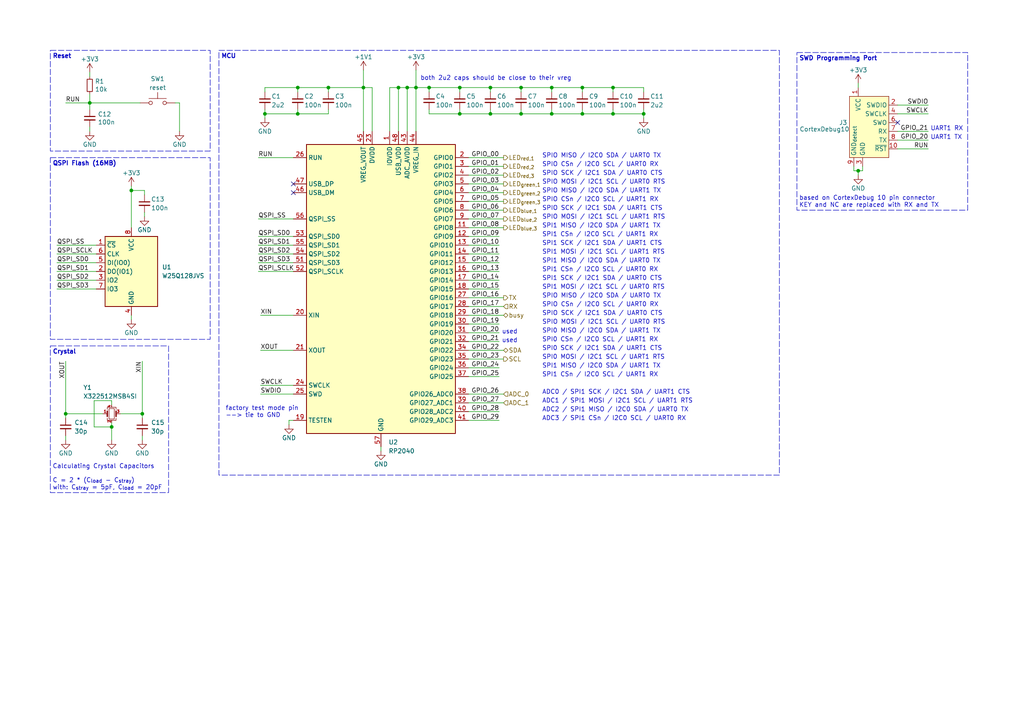
<source format=kicad_sch>
(kicad_sch (version 20231120) (generator "eeschema") (generator_version "8.0")
  (paper "A4")
  (title_block (rev "1.0"))
  (lib_symbols
    (symbol "Device:C_Small" (pin_numbers hide) (pin_names (offset 0.254) hide)
      (property "Reference" "C" (at 0.254 1.778 0))
      (property "Value" "C_Small" (at 0.254 -2.032 0))
      (symbol "C_Small_0_1"
        (polyline (pts (xy -1.524 -0.508) (xy 1.524 -0.508)) (stroke (width 0.3302)))
        (polyline (pts (xy -1.524 0.508) (xy 1.524 0.508)) (stroke (width 0.3048)))
      )
      (symbol "C_Small_1_1"
        (pin passive line (at 0 2.54 270) (length 2.032) (name "~") (number "1"))
        (pin passive line (at 0 -2.54 90) (length 2.032) (name "~") (number "2"))
      )
    )
    (symbol "Device:Crystal_GND24_Small" (pin_names (offset 1.016) hide)
      (property "Reference" "Y" (at 1.27 4.445 0))
      (property "Value" "Crystal_GND24_Small" (at 1.27 2.54 0))
      (symbol "Crystal_GND24_Small_0_1"
        (rectangle (start -0.762 -1.524) (end 0.762 1.524))
        (polyline (pts (xy -1.27 -0.762) (xy -1.27 0.762)) (stroke (width 0.381)))
        (polyline (pts (xy 1.27 -0.762) (xy 1.27 0.762)) (stroke (width 0.381)))
        (polyline (pts (xy -1.27 -1.27) (xy -1.27 -1.905) (xy 1.27 -1.905) (xy 1.27 -1.27)))
        (polyline (pts (xy -1.27 1.27) (xy -1.27 1.905) (xy 1.27 1.905) (xy 1.27 1.27)))
      )
      (symbol "Crystal_GND24_Small_1_1"
        (pin passive line (at -2.54 0 0) (length 1.27) (name "1") (number "1"))
        (pin passive line (at 0 -2.54 90) (length 0.635) (name "2") (number "2"))
        (pin passive line (at 2.54 0 180) (length 1.27) (name "3") (number "3"))
        (pin passive line (at 0 2.54 270) (length 0.635) (name "4") (number "4"))
      )
    )
    (symbol "Device:R_Small" (pin_numbers hide) (pin_names (offset 0.254) hide)
      (property "Reference" "R" (at 0.762 0.508 0))
      (property "Value" "R_Small" (at 0.762 -1.016 0))
      (symbol "R_Small_0_1"
        (rectangle (start -0.762 1.778) (end 0.762 -1.778) (stroke (width 0.2032)))
      )
      (symbol "R_Small_1_1"
        (pin passive line (at 0 2.54 270) (length 0.762) (name "~") (number "1"))
        (pin passive line (at 0 -2.54 90) (length 0.762) (name "~") (number "2"))
      )
    )
    (symbol "MCU_RaspberryPi:RP2040"
      (property "Reference" "U" (at 17.78 45.72 0))
      (property "Value" "RP2040" (at 17.78 43.18 0))
      (symbol "RP2040_0_1"
        (rectangle (start -21.59 41.91) (end 21.59 -41.91) (stroke (width 0.254)) (fill (type background)))
      )
      (symbol "RP2040_1_1"
        (pin power_in line (at 2.54 45.72 270) (length 3.81) (name "IOVDD") (number "1"))
        (pin passive line (at 2.54 45.72 270) (length 3.81) hide (name "IOVDD") (number "10"))
        (pin bidirectional line (at 25.4 17.78 180) (length 3.81) (name "GPIO8") (number "11"))
        (pin bidirectional line (at 25.4 15.24 180) (length 3.81) (name "GPIO9") (number "12"))
        (pin bidirectional line (at 25.4 12.7 180) (length 3.81) (name "GPIO10") (number "13"))
        (pin bidirectional line (at 25.4 10.16 180) (length 3.81) (name "GPIO11") (number "14"))
        (pin bidirectional line (at 25.4 7.62 180) (length 3.81) (name "GPIO12") (number "15"))
        (pin bidirectional line (at 25.4 5.08 180) (length 3.81) (name "GPIO13") (number "16"))
        (pin bidirectional line (at 25.4 2.54 180) (length 3.81) (name "GPIO14") (number "17"))
        (pin bidirectional line (at 25.4 0 180) (length 3.81) (name "GPIO15") (number "18"))
        (pin input line (at -25.4 -38.1 0) (length 3.81) (name "TESTEN") (number "19"))
        (pin bidirectional line (at 25.4 38.1 180) (length 3.81) (name "GPIO0") (number "2"))
        (pin input line (at -25.4 -7.62 0) (length 3.81) (name "XIN") (number "20"))
        (pin passive line (at -25.4 -17.78 0) (length 3.81) (name "XOUT") (number "21"))
        (pin passive line (at 2.54 45.72 270) (length 3.81) hide (name "IOVDD") (number "22"))
        (pin power_in line (at -2.54 45.72 270) (length 3.81) (name "DVDD") (number "23"))
        (pin input line (at -25.4 -27.94 0) (length 3.81) (name "SWCLK") (number "24"))
        (pin bidirectional line (at -25.4 -30.48 0) (length 3.81) (name "SWD") (number "25"))
        (pin input line (at -25.4 38.1 0) (length 3.81) (name "RUN") (number "26"))
        (pin bidirectional line (at 25.4 -2.54 180) (length 3.81) (name "GPIO16") (number "27"))
        (pin bidirectional line (at 25.4 -5.08 180) (length 3.81) (name "GPIO17") (number "28"))
        (pin bidirectional line (at 25.4 -7.62 180) (length 3.81) (name "GPIO18") (number "29"))
        (pin bidirectional line (at 25.4 35.56 180) (length 3.81) (name "GPIO1") (number "3"))
        (pin bidirectional line (at 25.4 -10.16 180) (length 3.81) (name "GPIO19") (number "30"))
        (pin bidirectional line (at 25.4 -12.7 180) (length 3.81) (name "GPIO20") (number "31"))
        (pin bidirectional line (at 25.4 -15.24 180) (length 3.81) (name "GPIO21") (number "32"))
        (pin passive line (at 2.54 45.72 270) (length 3.81) hide (name "IOVDD") (number "33"))
        (pin bidirectional line (at 25.4 -17.78 180) (length 3.81) (name "GPIO22") (number "34"))
        (pin bidirectional line (at 25.4 -20.32 180) (length 3.81) (name "GPIO23") (number "35"))
        (pin bidirectional line (at 25.4 -22.86 180) (length 3.81) (name "GPIO24") (number "36"))
        (pin bidirectional line (at 25.4 -25.4 180) (length 3.81) (name "GPIO25") (number "37"))
        (pin bidirectional line (at 25.4 -30.48 180) (length 3.81) (name "GPIO26_ADC0") (number "38"))
        (pin bidirectional line (at 25.4 -33.02 180) (length 3.81) (name "GPIO27_ADC1") (number "39"))
        (pin bidirectional line (at 25.4 33.02 180) (length 3.81) (name "GPIO2") (number "4"))
        (pin bidirectional line (at 25.4 -35.56 180) (length 3.81) (name "GPIO28_ADC2") (number "40"))
        (pin bidirectional line (at 25.4 -38.1 180) (length 3.81) (name "GPIO29_ADC3") (number "41"))
        (pin passive line (at 2.54 45.72 270) (length 3.81) hide (name "IOVDD") (number "42"))
        (pin power_in line (at 7.62 45.72 270) (length 3.81) (name "ADC_AVDD") (number "43"))
        (pin power_in line (at 10.16 45.72 270) (length 3.81) (name "VREG_IN") (number "44"))
        (pin power_out line (at -5.08 45.72 270) (length 3.81) (name "VREG_VOUT") (number "45"))
        (pin bidirectional line (at -25.4 27.94 0) (length 3.81) (name "USB_DM") (number "46"))
        (pin bidirectional line (at -25.4 30.48 0) (length 3.81) (name "USB_DP") (number "47"))
        (pin power_in line (at 5.08 45.72 270) (length 3.81) (name "USB_VDD") (number "48"))
        (pin passive line (at 2.54 45.72 270) (length 3.81) hide (name "IOVDD") (number "49"))
        (pin bidirectional line (at 25.4 30.48 180) (length 3.81) (name "GPIO3") (number "5"))
        (pin passive line (at -2.54 45.72 270) (length 3.81) hide (name "DVDD") (number "50"))
        (pin bidirectional line (at -25.4 7.62 0) (length 3.81) (name "QSPI_SD3") (number "51"))
        (pin output line (at -25.4 5.08 0) (length 3.81) (name "QSPI_SCLK") (number "52"))
        (pin bidirectional line (at -25.4 15.24 0) (length 3.81) (name "QSPI_SD0") (number "53"))
        (pin bidirectional line (at -25.4 10.16 0) (length 3.81) (name "QSPI_SD2") (number "54"))
        (pin bidirectional line (at -25.4 12.7 0) (length 3.81) (name "QSPI_SD1") (number "55"))
        (pin bidirectional line (at -25.4 20.32 0) (length 3.81) (name "QSPI_SS") (number "56"))
        (pin power_in line (at 0 -45.72 90) (length 3.81) (name "GND") (number "57"))
        (pin bidirectional line (at 25.4 27.94 180) (length 3.81) (name "GPIO4") (number "6"))
        (pin bidirectional line (at 25.4 25.4 180) (length 3.81) (name "GPIO5") (number "7"))
        (pin bidirectional line (at 25.4 22.86 180) (length 3.81) (name "GPIO6") (number "8"))
        (pin bidirectional line (at 25.4 20.32 180) (length 3.81) (name "GPIO7") (number "9"))
      )
    )
    (symbol "Memory_Flash:W25Q128JVS"
      (property "Reference" "U" (at -8.89 8.89 0))
      (property "Value" "W25Q128JVS" (at 7.62 8.89 0))
      (symbol "W25Q128JVS_0_1"
        (rectangle (start -7.62 10.16) (end 7.62 -10.16) (stroke (width 0.254)) (fill (type background)))
      )
      (symbol "W25Q128JVS_1_1"
        (pin input line (at -10.16 7.62 0) (length 2.54) (name "~{CS}") (number "1"))
        (pin bidirectional line (at -10.16 0 0) (length 2.54) (name "DO(IO1)") (number "2"))
        (pin bidirectional line (at -10.16 -2.54 0) (length 2.54) (name "IO2") (number "3"))
        (pin power_in line (at 0 -12.7 90) (length 2.54) (name "GND") (number "4"))
        (pin bidirectional line (at -10.16 2.54 0) (length 2.54) (name "DI(IO0)") (number "5"))
        (pin input line (at -10.16 5.08 0) (length 2.54) (name "CLK") (number "6"))
        (pin bidirectional line (at -10.16 -5.08 0) (length 2.54) (name "IO3") (number "7"))
        (pin power_in line (at 0 12.7 270) (length 2.54) (name "VCC") (number "8"))
      )
    )
    (symbol "Switch:SW_Push" (pin_numbers hide) (pin_names (offset 1.016) hide)
      (property "Reference" "SW" (at 1.27 2.54 0))
      (property "Value" "SW_Push" (at 0 -1.524 0))
      (symbol "SW_Push_0_1"
        (circle (center -2.032 0) (radius 0.508))
        (polyline (pts (xy 0 1.27) (xy 0 3.048)))
        (polyline (pts (xy 2.54 1.27) (xy -2.54 1.27)))
        (circle (center 2.032 0) (radius 0.508))
        (pin passive line (at -5.08 0 0) (length 2.54) (name "1") (number "1"))
        (pin passive line (at 5.08 0 180) (length 2.54) (name "2") (number "2"))
      )
    )
    (symbol "TimGollLib:CortexDebug10"
      (property "Reference" "J" (at 1.27 12.7 0))
      (property "Value" "CortexDebug10" (at 1.27 10.16 0))
      (symbol "CortexDebug10_1_1"
        (rectangle (start -2.54 8.89) (end 8.89 -8.89) (fill (type background)))
        (pin input line (at 0 11.43 270) (length 2.54) (name "VCC") (number "1"))
        (pin input line (at 11.43 -6.35 180) (length 2.54) (name "~{RST}") (number "10"))
        (pin input line (at 11.43 6.35 180) (length 2.54) (name "SWDIO") (number "2"))
        (pin input line (at 1.27 -11.43 90) (length 2.54) (name "GND") (number "3"))
        (pin input line (at 11.43 3.81 180) (length 2.54) (name "SWCLK") (number "4"))
        (pin input line (at 1.27 -11.43 90) (length 2.54) hide (name "GND") (number "5"))
        (pin input line (at 11.43 1.27 180) (length 2.54) (name "SWO") (number "6"))
        (pin input line (at 11.43 -1.27 180) (length 2.54) (name "RX") (number "7"))
        (pin input line (at 11.43 -3.81 180) (length 2.54) (name "TX") (number "8"))
        (pin input line (at -1.27 -11.43 90) (length 2.54) (name "GND_{detect}") (number "9"))
      )
    )
    (symbol "power:+1V1" (power) (pin_names (offset 0))
      (property "Value" "+1V1" (at 0 3.556 0))
      (symbol "+1V1_0_1"
        (polyline (pts (xy -0.762 1.27) (xy 0 2.54)))
        (polyline (pts (xy 0 0) (xy 0 2.54)))
        (polyline (pts (xy 0 2.54) (xy 0.762 1.27)))
      )
      (symbol "+1V1_1_1"
        (pin power_in line (at 0 0 90) (length 0) hide (name "+1V1") (number "1"))
      )
    )
    (symbol "power:+3V3" (power) (pin_names (offset 0))
      (property "Value" "+3V3" (at 0 3.556 0))
      (symbol "+3V3_0_1"
        (polyline (pts (xy -0.762 1.27) (xy 0 2.54)))
        (polyline (pts (xy 0 0) (xy 0 2.54)))
        (polyline (pts (xy 0 2.54) (xy 0.762 1.27)))
      )
      (symbol "+3V3_1_1"
        (pin power_in line (at 0 0 90) (length 0) hide (name "+3V3") (number "1"))
      )
    )
    (symbol "power:GND" (power) (pin_names (offset 0))
      (property "Value" "GND" (at 0 -3.81 0))
      (symbol "GND_0_1"
        (polyline (pts (xy 0 0) (xy 0 -1.27) (xy 1.27 -1.27) (xy 0 -2.54) (xy -1.27 -1.27) (xy 0 -1.27)))
      )
      (symbol "GND_1_1"
        (pin power_in line (at 0 0 270) (length 0) hide (name "GND") (number "1"))
      )
    )
  )
  (junction (at 26.035 29.845))
  (junction (at 142.24 25.4))
  (junction (at 248.92 49.53))
  (junction (at 168.91 25.4))
  (junction (at 115.57 25.4))
  (junction (at 118.11 25.4))
  (junction (at 86.36 25.4))
  (junction (at 186.69 33.02))
  (junction (at 168.91 33.02))
  (junction (at 86.36 33.02))
  (junction (at 76.835 33.02))
  (junction (at 177.8 25.4))
  (junction (at 177.8 33.02))
  (junction (at 120.65 25.4))
  (junction (at 133.35 33.02))
  (junction (at 160.02 25.4))
  (junction (at 41.275 120.015))
  (junction (at 151.13 33.02))
  (junction (at 142.24 33.02))
  (junction (at 19.05 120.015))
  (junction (at 160.02 33.02))
  (junction (at 32.385 123.825))
  (junction (at 105.41 25.4))
  (junction (at 38.1 55.245))
  (junction (at 151.13 25.4))
  (junction (at 95.25 25.4))
  (junction (at 124.46 25.4))
  (junction (at 133.35 25.4))
  (no_connect (at 85.09 53.34))
  (no_connect (at 260.35 35.56))
  (no_connect (at 85.09 55.88))
  (wire (pts (xy 168.91 33.02) (xy 177.8 33.02)))
  (wire (pts (xy 135.89 109.22) (xy 144.78 109.22)))
  (wire (pts (xy 248.92 50.8) (xy 248.92 49.53)))
  (wire (pts (xy 19.05 120.015) (xy 19.05 121.285)))
  (wire (pts (xy 32.385 116.205) (xy 32.385 117.475)))
  (wire (pts (xy 186.69 31.75) (xy 186.69 33.02)))
  (wire (pts (xy 135.89 114.3) (xy 146.05 114.3)))
  (wire (pts (xy 160.02 25.4) (xy 168.91 25.4)))
  (wire (pts (xy 248.92 49.53) (xy 247.65 49.53)))
  (wire (pts (xy 110.49 129.54) (xy 110.49 130.81)))
  (wire (pts (xy 186.69 33.02) (xy 186.69 34.29)))
  (wire (pts (xy 124.46 25.4) (xy 133.35 25.4)))
  (wire (pts (xy 34.925 120.015) (xy 41.275 120.015)))
  (wire (pts (xy 74.93 78.74) (xy 85.09 78.74)))
  (wire (pts (xy 26.035 29.845) (xy 40.64 29.845)))
  (wire (pts (xy 32.385 116.205) (xy 27.305 116.205)))
  (wire (pts (xy 75.565 101.6) (xy 85.09 101.6)))
  (wire (pts (xy 135.89 60.96) (xy 146.05 60.96)))
  (wire (pts (xy 76.835 25.4) (xy 86.36 25.4)))
  (wire (pts (xy 250.19 48.26) (xy 250.19 49.53)))
  (wire (pts (xy 160.02 25.4) (xy 160.02 26.67)))
  (wire (pts (xy 16.51 76.2) (xy 27.94 76.2)))
  (wire (pts (xy 269.24 33.02) (xy 260.35 33.02)))
  (wire (pts (xy 29.845 120.015) (xy 19.05 120.015)))
  (wire (pts (xy 19.05 29.845) (xy 26.035 29.845)))
  (wire (pts (xy 135.89 116.84) (xy 146.05 116.84)))
  (wire (pts (xy 41.91 61.595) (xy 41.91 62.865)))
  (wire (pts (xy 250.19 49.53) (xy 248.92 49.53)))
  (wire (pts (xy 86.36 33.02) (xy 76.835 33.02)))
  (wire (pts (xy 95.25 25.4) (xy 105.41 25.4)))
  (wire (pts (xy 105.41 25.4) (xy 105.41 38.1)))
  (wire (pts (xy 151.13 31.75) (xy 151.13 33.02)))
  (wire (pts (xy 32.385 122.555) (xy 32.385 123.825)))
  (wire (pts (xy 16.51 78.74) (xy 27.94 78.74)))
  (wire (pts (xy 135.89 106.68) (xy 144.78 106.68)))
  (wire (pts (xy 135.89 45.72) (xy 146.05 45.72)))
  (wire (pts (xy 186.69 26.67) (xy 186.69 25.4)))
  (wire (pts (xy 83.82 121.92) (xy 83.82 123.19)))
  (wire (pts (xy 41.275 120.015) (xy 41.275 121.285)))
  (wire (pts (xy 50.8 29.845) (xy 52.07 29.845)))
  (wire (pts (xy 52.07 29.845) (xy 52.07 38.1)))
  (wire (pts (xy 16.51 83.82) (xy 27.94 83.82)))
  (wire (pts (xy 105.41 20.32) (xy 105.41 25.4)))
  (wire (pts (xy 135.89 86.36) (xy 146.05 86.36)))
  (wire (pts (xy 27.305 116.205) (xy 27.305 123.825)))
  (wire (pts (xy 135.89 121.92) (xy 144.78 121.92)))
  (wire (pts (xy 41.275 126.365) (xy 41.275 127.635)))
  (wire (pts (xy 118.11 25.4) (xy 118.11 38.1)))
  (wire (pts (xy 168.91 31.75) (xy 168.91 33.02)))
  (wire (pts (xy 124.46 25.4) (xy 124.46 26.67)))
  (wire (pts (xy 120.65 25.4) (xy 120.65 38.1)))
  (wire (pts (xy 135.89 93.98) (xy 144.78 93.98)))
  (wire (pts (xy 135.89 48.26) (xy 146.05 48.26)))
  (wire (pts (xy 135.89 55.88) (xy 146.05 55.88)))
  (wire (pts (xy 133.35 33.02) (xy 142.24 33.02)))
  (wire (pts (xy 133.35 25.4) (xy 133.35 26.67)))
  (wire (pts (xy 38.1 53.975) (xy 38.1 55.245)))
  (wire (pts (xy 120.65 25.4) (xy 124.46 25.4)))
  (wire (pts (xy 26.035 20.955) (xy 26.035 22.225)))
  (wire (pts (xy 85.09 121.92) (xy 83.82 121.92)))
  (wire (pts (xy 168.91 25.4) (xy 168.91 26.67)))
  (wire (pts (xy 133.35 25.4) (xy 142.24 25.4)))
  (wire (pts (xy 142.24 25.4) (xy 142.24 26.67)))
  (wire (pts (xy 135.89 91.44) (xy 146.05 91.44)))
  (wire (pts (xy 160.02 31.75) (xy 160.02 33.02)))
  (wire (pts (xy 27.305 123.825) (xy 32.385 123.825)))
  (wire (pts (xy 269.24 30.48) (xy 260.35 30.48)))
  (wire (pts (xy 113.03 25.4) (xy 113.03 38.1)))
  (wire (pts (xy 120.65 20.32) (xy 120.65 25.4)))
  (wire (pts (xy 86.36 25.4) (xy 95.25 25.4)))
  (wire (pts (xy 38.1 91.44) (xy 38.1 92.71)))
  (wire (pts (xy 26.035 27.305) (xy 26.035 29.845)))
  (wire (pts (xy 124.46 31.75) (xy 124.46 33.02)))
  (wire (pts (xy 142.24 31.75) (xy 142.24 33.02)))
  (wire (pts (xy 135.89 83.82) (xy 144.78 83.82)))
  (wire (pts (xy 142.24 33.02) (xy 151.13 33.02)))
  (wire (pts (xy 177.8 31.75) (xy 177.8 33.02)))
  (wire (pts (xy 74.93 45.72) (xy 85.09 45.72)))
  (wire (pts (xy 135.89 66.04) (xy 146.05 66.04)))
  (wire (pts (xy 118.11 25.4) (xy 120.65 25.4)))
  (wire (pts (xy 86.36 25.4) (xy 86.36 26.67)))
  (wire (pts (xy 135.89 78.74) (xy 144.78 78.74)))
  (wire (pts (xy 76.835 26.67) (xy 76.835 25.4)))
  (wire (pts (xy 16.51 81.28) (xy 27.94 81.28)))
  (wire (pts (xy 74.93 71.12) (xy 85.09 71.12)))
  (wire (pts (xy 75.565 114.3) (xy 85.09 114.3)))
  (wire (pts (xy 75.565 111.76) (xy 85.09 111.76)))
  (wire (pts (xy 16.51 73.66) (xy 27.94 73.66)))
  (wire (pts (xy 135.89 99.06) (xy 144.78 99.06)))
  (wire (pts (xy 115.57 25.4) (xy 115.57 38.1)))
  (wire (pts (xy 76.835 33.02) (xy 76.835 34.29)))
  (wire (pts (xy 133.35 31.75) (xy 133.35 33.02)))
  (wire (pts (xy 135.89 96.52) (xy 144.78 96.52)))
  (wire (pts (xy 74.93 63.5) (xy 85.09 63.5)))
  (wire (pts (xy 151.13 25.4) (xy 160.02 25.4)))
  (wire (pts (xy 177.8 25.4) (xy 177.8 26.67)))
  (wire (pts (xy 151.13 33.02) (xy 160.02 33.02)))
  (wire (pts (xy 135.89 63.5) (xy 146.05 63.5)))
  (wire (pts (xy 16.51 71.12) (xy 27.94 71.12)))
  (wire (pts (xy 260.35 40.64) (xy 269.24 40.64)))
  (wire (pts (xy 135.89 88.9) (xy 146.05 88.9)))
  (wire (pts (xy 95.25 31.75) (xy 95.25 33.02)))
  (wire (pts (xy 124.46 33.02) (xy 133.35 33.02)))
  (wire (pts (xy 135.89 68.58) (xy 144.78 68.58)))
  (wire (pts (xy 74.93 73.66) (xy 85.09 73.66)))
  (wire (pts (xy 74.93 68.58) (xy 85.09 68.58)))
  (wire (pts (xy 168.91 25.4) (xy 177.8 25.4)))
  (wire (pts (xy 26.035 36.83) (xy 26.035 38.1)))
  (wire (pts (xy 32.385 123.825) (xy 32.385 127.635)))
  (wire (pts (xy 115.57 25.4) (xy 118.11 25.4)))
  (wire (pts (xy 135.89 81.28) (xy 144.78 81.28)))
  (wire (pts (xy 260.35 38.1) (xy 269.24 38.1)))
  (wire (pts (xy 135.89 119.38) (xy 144.78 119.38)))
  (wire (pts (xy 135.89 71.12) (xy 144.78 71.12)))
  (wire (pts (xy 269.24 43.18) (xy 260.35 43.18)))
  (wire (pts (xy 75.565 91.44) (xy 85.09 91.44)))
  (wire (pts (xy 151.13 25.4) (xy 151.13 26.67)))
  (wire (pts (xy 95.25 33.02) (xy 86.36 33.02)))
  (wire (pts (xy 135.89 53.34) (xy 146.05 53.34)))
  (wire (pts (xy 38.1 66.04) (xy 38.1 55.245)))
  (wire (pts (xy 135.89 76.2) (xy 144.78 76.2)))
  (wire (pts (xy 86.36 31.75) (xy 86.36 33.02)))
  (wire (pts (xy 95.25 25.4) (xy 95.25 26.67)))
  (wire (pts (xy 107.95 25.4) (xy 107.95 38.1)))
  (wire (pts (xy 135.89 58.42) (xy 146.05 58.42)))
  (wire (pts (xy 177.8 33.02) (xy 186.69 33.02)))
  (wire (pts (xy 135.89 73.66) (xy 144.78 73.66)))
  (wire (pts (xy 135.89 101.6) (xy 146.05 101.6)))
  (wire (pts (xy 41.275 104.775) (xy 41.275 120.015)))
  (wire (pts (xy 19.05 126.365) (xy 19.05 127.635)))
  (wire (pts (xy 26.035 29.845) (xy 26.035 31.75)))
  (wire (pts (xy 248.92 24.13) (xy 248.92 25.4)))
  (wire (pts (xy 177.8 25.4) (xy 186.69 25.4)))
  (wire (pts (xy 113.03 25.4) (xy 115.57 25.4)))
  (wire (pts (xy 135.89 104.14) (xy 146.05 104.14)))
  (wire (pts (xy 142.24 25.4) (xy 151.13 25.4)))
  (wire (pts (xy 74.93 76.2) (xy 85.09 76.2)))
  (wire (pts (xy 19.05 104.775) (xy 19.05 120.015)))
  (wire (pts (xy 247.65 49.53) (xy 247.65 48.26)))
  (wire (pts (xy 38.1 55.245) (xy 41.91 55.245)))
  (wire (pts (xy 105.41 25.4) (xy 107.95 25.4)))
  (wire (pts (xy 76.835 31.75) (xy 76.835 33.02)))
  (wire (pts (xy 160.02 33.02) (xy 168.91 33.02)))
  (wire (pts (xy 135.89 50.8) (xy 146.05 50.8)))
  (wire (pts (xy 41.91 55.245) (xy 41.91 56.515)))
  (rectangle (start 231.14 15.24) (end 280.67 60.96) (stroke (width 0) (type dash)))
  (rectangle (start 14.605 100.33) (end 48.895 142.875) (stroke (width 0) (type dash)))
  (rectangle (start 63.5 14.605) (end 226.06 137.795) (stroke (width 0) (type dash)))
  (rectangle (start 14.605 45.72) (end 60.96 98.425) (stroke (width 0) (type dash)))
  (rectangle (start 14.605 14.605) (end 60.96 43.815) (stroke (width 0) (type dash)))
  (text "SPI1 SCK / I2C1 SDA / UART0 CTS" (at 157.226 81.534 0) (effects (font (size 1.27 1.27)) (justify left bottom)))
  (text "SPIO CSn / I2C0 SCL / UART1 RX" (at 157.226 58.674 0) (effects (font (size 1.27 1.27)) (justify left bottom)))
  (text "SPI1 MISO / I2C0 SDA / UART1 TX" (at 157.226 66.294 0) (effects (font (size 1.27 1.27)) (justify left bottom)))
  (text "SPI1 CSn / I2C0 SCL / UART0 RX" (at 157.226 78.994 0) (effects (font (size 1.27 1.27)) (justify left bottom)))
  (text "SPI0 SCK / I2C1 SDA / UART1 CTS" (at 157.226 101.854 0) (effects (font (size 1.27 1.27)) (justify left bottom)))
  (text "SPI0 MOSI / I2C1 SCL / UART1 RTS" (at 157.226 104.394 0) (effects (font (size 1.27 1.27)) (justify left bottom)))
  (text "SPIO MOSI / I2C1 SCL / UART1 RTS" (at 157.226 63.754 0) (effects (font (size 1.27 1.27)) (justify left bottom)))
  (text "SPIO CSn / I2C0 SCL / UART0 RX" (at 157.226 48.514 0) (effects (font (size 1.27 1.27)) (justify left bottom)))
  (text "SPI1 SCK / I2C1 SDA / UART1 CTS" (at 157.226 71.374 0) (effects (font (size 1.27 1.27)) (justify left bottom)))
  (text "SPIO MOSI / I2C1 SCL / UART0 RTS" (at 157.226 53.594 0) (effects (font (size 1.27 1.27)) (justify left bottom)))
  (text "SPI1 MISO / I2C0 SDA / UART1 TX" (at 157.226 106.934 0) (effects (font (size 1.27 1.27)) (justify left bottom)))
  (text "SPIO SCK / I2C1 SDA / UART0 CTS" (at 157.226 51.054 0) (effects (font (size 1.27 1.27)) (justify left bottom)))
  (text "ADC3 / SPI1 CSn / I2C0 SCL / UART0 RX" (at 157.226 122.174 0) (effects (font (size 1.27 1.27)) (justify left bottom)))
  (text "SPIO MOSI / I2C1 SCL / UART0 RTS" (at 157.226 94.234 0) (effects (font (size 1.27 1.27)) (justify left bottom)))
  (text "SPI1 MOSI / I2C1 SCL / UART0 RTS " (at 157.226 84.074 0) (effects (font (size 1.27 1.27)) (justify left bottom)))
  (text "SPI1 CSn / I2C0 SCL / UART1 RX" (at 157.226 109.474 0) (effects (font (size 1.27 1.27)) (justify left bottom)))
  (text "ADC0 / SPI1 SCK / I2C1 SDA / UART1 CTS" (at 157.226 114.554 0) (effects (font (size 1.27 1.27)) (justify left bottom)))
  (text "SPI0 MISO / I2C0 SDA / UART1 TX" (at 157.226 96.774 0) (effects (font (size 1.27 1.27)) (justify left bottom)))
  (text "Reset" (at 15.24 17.145 0) (effects (font (size 1.27 1.27) (thickness 0.254) (bold yes)) (justify left bottom)))
  (text "based on CortexDebug 10 pin connector\nKEY and NC are replaced with RX and TX" (at 231.775 60.325 0) (effects (font (size 1.27 1.27)) (justify left bottom)))
  (text "UART1 RX" (at 269.875 38.1 0) (effects (font (size 1.27 1.27)) (justify left bottom)))
  (text "SWD Programming Port" (at 231.775 17.78 0) (effects (font (size 1.27 1.27) (thickness 0.254) (bold yes)) (justify left bottom)))
  (text "SPI1 MOSI / I2C1 SCL / UART1 RTS" (at 157.226 73.914 0) (effects (font (size 1.27 1.27)) (justify left bottom)))
  (text "Crystal" (at 15.24 102.87 0) (effects (font (size 1.27 1.27) (thickness 0.254) (bold yes)) (justify left bottom)))
  (text "SPIO SCK / I2C1 SDA / UART1 CTS" (at 157.226 61.214 0) (effects (font (size 1.27 1.27)) (justify left bottom)))
  (text "SPI1 MISO / I2C0 SDA / UART0 TX" (at 157.226 76.454 0) (effects (font (size 1.27 1.27)) (justify left bottom)))
  (text "Calculating Crystal Capacitors\n\nC = 2 * (C_{load} - C_{stray})\nwith: C_{stray} = 5pF, C_{load} = 20pF" (at 15.24 142.24 0) (effects (font (size 1.27 1.27)) (justify left bottom)))
  (text "SPIO MISO / I2C0 SDA / UART0 TX" (at 157.226 45.974 0) (effects (font (size 1.27 1.27)) (justify left bottom)))
  (text "used" (at 145.542 99.568 0) (effects (font (size 1.27 1.27)) (justify left bottom)))
  (text "SPIO MISO / I2C0 SDA / UART1 TX" (at 157.226 56.134 0) (effects (font (size 1.27 1.27)) (justify left bottom)))
  (text "factory test mode pin\n--> tie to GND" (at 65.405 121.285 0) (effects (font (size 1.27 1.27)) (justify left bottom)))
  (text "used" (at 145.542 97.028 0) (effects (font (size 1.27 1.27)) (justify left bottom)))
  (text "QSPI Flash (16MB)" (at 15.24 48.26 0) (effects (font (size 1.27 1.27) (thickness 0.254) (bold yes)) (justify left bottom)))
  (text "SPIO MISO / I2C0 SDA / UART0 TX" (at 157.226 86.614 0) (effects (font (size 1.27 1.27)) (justify left bottom)))
  (text "both 2u2 caps should be close to their vreg" (at 121.92 23.495 0) (effects (font (size 1.27 1.27)) (justify left bottom)))
  (text "SPIO SCK / I2C1 SDA / UART0 CTS" (at 157.226 91.694 0) (effects (font (size 1.27 1.27)) (justify left bottom)))
  (text "UART1 TX" (at 269.875 40.64 0) (effects (font (size 1.27 1.27)) (justify left bottom)))
  (text "SPIO CSn / I2C0 SCL / UART0 RX" (at 157.226 89.154 0) (effects (font (size 1.27 1.27)) (justify left bottom)))
  (text "ADC2 / SPI1 MISO / I2C0 SDA / UART0 TX" (at 157.226 119.634 0) (effects (font (size 1.27 1.27)) (justify left bottom)))
  (text "SPI0 CSn / I2C0 SCL / UART1 RX" (at 157.226 99.314 0) (effects (font (size 1.27 1.27)) (justify left bottom)))
  (text "MCU" (at 64.135 17.145 0) (effects (font (size 1.27 1.27) (thickness 0.254) (bold yes)) (justify left bottom)))
  (text "SPI1 CSn / I2C0 SCL / UART1 RX" (at 157.226 68.834 0) (effects (font (size 1.27 1.27)) (justify left bottom)))
  (text "ADC1 / SPI1 MOSI / I2C1 SCL / UART1 RTS" (at 157.226 117.094 0) (effects (font (size 1.27 1.27)) (justify left bottom)))
  (label "RUN" (at 19.05 29.845 0))
  (label "GPIO_06" (at 144.78 60.96 180))
  (label "GPIO_21" (at 144.78 99.06 180))
  (label "GPIO_17" (at 144.78 88.9 180))
  (label "GPIO_23" (at 144.78 104.14 180))
  (label "GPIO_03" (at 144.78 53.34 180))
  (label "GPIO_28" (at 144.78 119.38 180))
  (label "GPIO_07" (at 144.78 63.5 180))
  (label "QSPI_SCLK" (at 16.51 73.66 0))
  (label "QSPI_SD3" (at 16.51 83.82 0))
  (label "SWCLK" (at 75.565 111.76 0))
  (label "GPIO_01" (at 144.78 48.26 180))
  (label "GPIO_26" (at 144.78 114.3 180))
  (label "GPIO_16" (at 144.78 86.36 180))
  (label "QSPI_SD2" (at 74.93 73.66 0))
  (label "GPIO_12" (at 144.78 76.2 180))
  (label "XIN" (at 75.565 91.44 0))
  (label "RUN" (at 269.24 43.18 180))
  (label "GPIO_20" (at 269.24 40.64 180))
  (label "GPIO_13" (at 144.78 78.74 180))
  (label "XOUT" (at 75.565 101.6 0))
  (label "GPIO_02" (at 144.78 50.8 180))
  (label "GPIO_20" (at 144.78 96.52 180))
  (label "GPIO_08" (at 144.78 66.04 180))
  (label "GPIO_04" (at 144.78 55.88 180))
  (label "GPIO_25" (at 144.78 109.22 180))
  (label "QSPI_SD3" (at 74.93 76.2 0))
  (label "QSPI_SCLK" (at 74.93 78.74 0))
  (label "SWDIO" (at 75.565 114.3 0))
  (label "QSPI_SD2" (at 16.51 81.28 0))
  (label "GPIO_09" (at 144.78 68.58 180))
  (label "XOUT" (at 19.05 104.775 270))
  (label "QSPI_SS" (at 74.93 63.5 0))
  (label "QSPI_SD0" (at 16.51 76.2 0))
  (label "GPIO_05" (at 144.78 58.42 180))
  (label "GPIO_10" (at 144.78 71.12 180))
  (label "QSPI_SD1" (at 16.51 78.74 0))
  (label "GPIO_29" (at 144.78 121.92 180))
  (label "GPIO_19" (at 144.78 93.98 180))
  (label "GPIO_24" (at 144.78 106.68 180))
  (label "SWCLK" (at 269.24 33.02 180))
  (label "XIN" (at 41.275 104.775 270))
  (label "SWDIO" (at 269.24 30.48 180))
  (label "GPIO_00" (at 144.78 45.72 180))
  (label "RUN" (at 74.93 45.72 0))
  (label "GPIO_15" (at 144.78 83.82 180))
  (label "GPIO_22" (at 144.78 101.6 180))
  (label "QSPI_SS" (at 16.51 71.12 0))
  (label "GPIO_21" (at 269.24 38.1 180))
  (label "QSPI_SD1" (at 74.93 71.12 0))
  (label "QSPI_SD0" (at 74.93 68.58 0))
  (label "GPIO_11" (at 144.78 73.66 180))
  (label "GPIO_18" (at 144.78 91.44 180))
  (label "GPIO_27" (at 144.78 116.84 180))
  (label "GPIO_14" (at 144.78 81.28 180))
  (hierarchical_label "LED_{red,2}" (shape output) (at 146.05 48.26 0))
  (hierarchical_label "ADC_1" (shape input) (at 146.05 116.84 0))
  (hierarchical_label "LED_{green,3}" (shape output) (at 146.05 58.42 0))
  (hierarchical_label "LED_{green,2}" (shape output) (at 146.05 55.88 0))
  (hierarchical_label "LED_{blue,1}" (shape output) (at 146.05 60.96 0))
  (hierarchical_label "TX" (shape output) (at 146.05 86.36 0))
  (hierarchical_label "LED_{blue,3}" (shape output) (at 146.05 66.04 0))
  (hierarchical_label "LED_{red,1}" (shape output) (at 146.05 45.72 0))
  (hierarchical_label "SCL" (shape output) (at 146.05 104.14 0))
  (hierarchical_label "ADC_0" (shape input) (at 146.05 114.3 0))
  (hierarchical_label "LED_{red,3}" (shape output) (at 146.05 50.8 0))
  (hierarchical_label "busy" (shape bidirectional) (at 146.05 91.44 0))
  (hierarchical_label "RX" (shape input) (at 146.05 88.9 0))
  (hierarchical_label "SDA" (shape bidirectional) (at 146.05 101.6 0))
  (hierarchical_label "LED_{green,1}" (shape output) (at 146.05 53.34 0))
  (hierarchical_label "LED_{blue,2}" (shape output) (at 146.05 63.5 0))
  (symbol (lib_id "Device:C_Small") (at 41.275 123.825 0) (unit 1)
    (property "Reference" "C15" (at 43.815 122.555 0) (effects (justify left)))
    (property "Value" "30p" (at 43.815 125.095 0) (effects (justify left)))
    (property "Footprint" "Capacitor_SMD:C_0402_1005Metric" (effects (hide yes)))
    (property "LCSC Part #" "C1570" (effects (hide yes)))
    (property "extended" "no" (effects (hide yes)))
  )
  (symbol (lib_id "TimGollLib:CortexDebug10") (at 248.92 36.83 0) (unit 1)
    (property "Reference" "J3" (at 245.745 35.56 0) (effects (justify right)))
    (property "Value" "CortexDebug10" (at 246.38 37.465 0) (effects (justify right)))
    (property "Footprint" "#TimGollLib:FTSH-105-01-F-DV-K" (effects (hide yes)))
    (property "Datasheet" "https://developer.arm.com/documentation/101416/0100/Hardware-Description/Target-Interfaces/Cortex-Debug--10-pin-" (effects (hide yes)))
    (property "LCSC Part #" "C3975188" (effects (hide yes)))
    (property "extended" "yes" (effects (hide yes)))
  )
  (symbol (lib_id "MCU_RaspberryPi:RP2040") (at 110.49 83.82 0) (unit 1)
    (property "Reference" "U2" (at 112.6841 128.27 0) (effects (justify left)))
    (property "Value" "RP2040" (at 112.6841 130.81 0) (effects (justify left)))
    (property "Footprint" "Package_DFN_QFN:QFN-56-1EP_7x7mm_P0.4mm_EP3.2x3.2mm" (effects (hide yes)))
    (property "Datasheet" "https://datasheets.raspberrypi.com/rp2040/rp2040-datasheet.pdf" (effects (hide yes)))
    (property "LCSC Part #" "C2040" (effects (hide yes)))
    (property "extended" "yes" (effects (hide yes)))
  )
  (symbol (lib_id "power:GND") (at 52.07 38.1 0) (unit 1)
    (property "Reference" "#PWR010" (effects (hide yes)))
    (property "Value" "GND" (at 52.07 41.91 0))
  )
  (symbol (lib_id "power:+1V1") (at 105.41 20.32 0) (unit 1)
    (property "Reference" "#PWR02" (effects (hide yes)))
    (property "Value" "+1V1" (at 105.41 16.51 0))
  )
  (symbol (lib_id "power:+3V3") (at 248.92 24.13 0) (unit 1)
    (property "Reference" "#PWR016" (effects (hide yes)))
    (property "Value" "+3V3" (at 248.92 20.32 0))
  )
  (symbol (lib_id "power:GND") (at 38.1 92.71 0) (unit 1)
    (property "Reference" "#PWR017" (effects (hide yes)))
    (property "Value" "GND" (at 38.1 96.52 0))
  )
  (symbol (lib_id "Device:R_Small") (at 26.035 24.765 0) (unit 1)
    (property "Reference" "R1" (at 27.5336 23.5966 0) (effects (justify left)))
    (property "Value" "10k" (at 27.5336 25.908 0) (effects (justify left)))
    (property "Footprint" "Resistor_SMD:R_0603_1608Metric" (effects (hide yes)))
    (property "LCSC Part #" "C25804" (effects (hide yes)))
    (property "extended" "no" (effects (hide yes)))
  )
  (symbol (lib_id "Device:C_Small") (at 41.91 59.055 0) (unit 1)
    (property "Reference" "C13" (at 43.815 57.785 0) (effects (justify left)))
    (property "Value" "100n" (at 43.815 60.325 0) (effects (justify left)))
    (property "Footprint" "Capacitor_SMD:C_0402_1005Metric" (effects (hide yes)))
    (property "LCSC Part #" "C1525" (effects (hide yes)))
    (property "extended" "no" (effects (hide yes)))
  )
  (symbol (lib_id "power:GND") (at 248.92 50.8 0) (unit 1)
    (property "Reference" "#PWR018" (effects (hide yes)))
    (property "Value" "GND" (at 248.92 54.61 0))
  )
  (symbol (lib_id "Device:C_Small") (at 133.35 29.21 0) (unit 1)
    (property "Reference" "C5" (at 135.255 27.94 0) (effects (justify left)))
    (property "Value" "100n" (at 135.255 30.48 0) (effects (justify left)))
    (property "Footprint" "Capacitor_SMD:C_0402_1005Metric" (effects (hide yes)))
    (property "LCSC Part #" "C1525" (effects (hide yes)))
    (property "extended" "no" (effects (hide yes)))
  )
  (symbol (lib_id "Device:C_Small") (at 76.835 29.21 0) (unit 1)
    (property "Reference" "C1" (at 78.74 27.94 0) (effects (justify left)))
    (property "Value" "2u2" (at 78.74 30.48 0) (effects (justify left)))
    (property "Footprint" "Capacitor_SMD:C_0603_1608Metric" (effects (hide yes)))
    (property "LCSC Part #" "C23630" (effects (hide yes)))
    (property "extended" "no" (effects (hide yes)))
  )
  (symbol (lib_id "Device:C_Small") (at 142.24 29.21 0) (unit 1)
    (property "Reference" "C6" (at 144.145 27.94 0) (effects (justify left)))
    (property "Value" "100n" (at 144.145 30.48 0) (effects (justify left)))
    (property "Footprint" "Capacitor_SMD:C_0402_1005Metric" (effects (hide yes)))
    (property "LCSC Part #" "C1525" (effects (hide yes)))
    (property "extended" "no" (effects (hide yes)))
  )
  (symbol (lib_id "power:GND") (at 110.49 130.81 0) (unit 1)
    (property "Reference" "#PWR023" (effects (hide yes)))
    (property "Value" "GND" (at 110.49 134.62 0))
  )
  (symbol (lib_id "Device:C_Small") (at 151.13 29.21 0) (unit 1)
    (property "Reference" "C7" (at 153.035 27.94 0) (effects (justify left)))
    (property "Value" "100n" (at 153.035 30.48 0) (effects (justify left)))
    (property "Footprint" "Capacitor_SMD:C_0402_1005Metric" (effects (hide yes)))
    (property "LCSC Part #" "C1525" (effects (hide yes)))
    (property "extended" "no" (effects (hide yes)))
  )
  (symbol (lib_id "Device:Crystal_GND24_Small") (at 32.385 120.015 0) (unit 1)
    (property "Reference" "Y1" (at 24.13 112.395 0) (effects (justify left)))
    (property "Value" "X322512MSB4SI" (at 24.13 114.935 0) (effects (justify left)))
    (property "Footprint" "Crystal:Crystal_SMD_3225-4Pin_3.2x2.5mm" (effects (hide yes)))
    (property "LCSC Part #" "C9002" (effects (hide yes)))
    (property "extended" "no" (effects (hide yes)))
  )
  (symbol (lib_id "power:+3V3") (at 38.1 53.975 0) (unit 1)
    (property "Reference" "#PWR013" (effects (hide yes)))
    (property "Value" "+3V3" (at 38.1 50.165 0))
  )
  (symbol (lib_id "Device:C_Small") (at 95.25 29.21 0) (unit 1)
    (property "Reference" "C3" (at 97.155 27.94 0) (effects (justify left)))
    (property "Value" "100n" (at 97.155 30.48 0) (effects (justify left)))
    (property "Footprint" "Capacitor_SMD:C_0402_1005Metric" (effects (hide yes)))
    (property "LCSC Part #" "C1525" (effects (hide yes)))
    (property "extended" "no" (effects (hide yes)))
  )
  (symbol (lib_id "power:GND") (at 76.835 34.29 0) (unit 1)
    (property "Reference" "#PWR06" (effects (hide yes)))
    (property "Value" "GND" (at 76.835 38.1 0))
  )
  (symbol (lib_id "power:GND") (at 83.82 123.19 0) (unit 1)
    (property "Reference" "#PWR019" (effects (hide yes)))
    (property "Value" "GND" (at 83.82 127 0))
  )
  (symbol (lib_id "power:GND") (at 41.275 127.635 0) (unit 1)
    (property "Reference" "#PWR022" (effects (hide yes)))
    (property "Value" "GND" (at 41.275 131.445 0))
  )
  (symbol (lib_id "power:GND") (at 19.05 127.635 0) (unit 1)
    (property "Reference" "#PWR020" (effects (hide yes)))
    (property "Value" "GND" (at 19.05 131.445 0))
  )
  (symbol (lib_id "Memory_Flash:W25Q128JVS") (at 38.1 78.74 0) (unit 1)
    (property "Reference" "U1" (at 46.99 77.47 0) (effects (justify left)))
    (property "Value" "W25Q128JVS" (at 46.99 80.01 0) (effects (justify left)))
    (property "Footprint" "Package_SO:SOIC-8_5.275x5.275mm_P1.27mm" (effects (hide yes)))
    (property "Datasheet" "http://www.winbond.com/resource-files/w25q128jv_dtr%20revc%2003272018%20plus.pdf" (effects (hide yes)))
    (property "LCSC Part #" "C97521" (effects (hide yes)))
    (property "extended" "no" (effects (hide yes)))
  )
  (symbol (lib_id "Device:C_Small") (at 177.8 29.21 0) (unit 1)
    (property "Reference" "C10" (at 179.705 27.94 0) (effects (justify left)))
    (property "Value" "100n" (at 179.705 30.48 0) (effects (justify left)))
    (property "Footprint" "Capacitor_SMD:C_0402_1005Metric" (effects (hide yes)))
    (property "LCSC Part #" "C1525" (effects (hide yes)))
    (property "extended" "no" (effects (hide yes)))
  )
  (symbol (lib_id "Switch:SW_Push") (at 45.72 29.845 0) (unit 1)
    (property "Reference" "SW1" (at 45.72 22.86 0))
    (property "Value" "reset" (at 45.72 25.4 0))
    (property "Footprint" "Button_Switch_SMD:SW_SPST_TL3342" (effects (hide yes)))
    (property "LCSC Part #" "C318884" (effects (hide yes)))
    (property "extended" "no" (effects (hide yes)))
  )
  (symbol (lib_id "Device:C_Small") (at 168.91 29.21 0) (unit 1)
    (property "Reference" "C9" (at 170.815 27.94 0) (effects (justify left)))
    (property "Value" "100n" (at 170.815 30.48 0) (effects (justify left)))
    (property "Footprint" "Capacitor_SMD:C_0402_1005Metric" (effects (hide yes)))
    (property "LCSC Part #" "C1525" (effects (hide yes)))
    (property "extended" "no" (effects (hide yes)))
  )
  (symbol (lib_id "Device:C_Small") (at 19.05 123.825 0) (unit 1)
    (property "Reference" "C14" (at 21.59 122.555 0) (effects (justify left)))
    (property "Value" "30p" (at 21.59 125.095 0) (effects (justify left)))
    (property "Footprint" "Capacitor_SMD:C_0402_1005Metric" (effects (hide yes)))
    (property "LCSC Part #" "C1570" (effects (hide yes)))
    (property "extended" "no" (effects (hide yes)))
  )
  (symbol (lib_id "Device:C_Small") (at 86.36 29.21 0) (unit 1)
    (property "Reference" "C2" (at 88.265 27.94 0) (effects (justify left)))
    (property "Value" "100n" (at 88.265 30.48 0) (effects (justify left)))
    (property "Footprint" "Capacitor_SMD:C_0402_1005Metric" (effects (hide yes)))
    (property "LCSC Part #" "C1525" (effects (hide yes)))
    (property "extended" "no" (effects (hide yes)))
  )
  (symbol (lib_id "Device:C_Small") (at 124.46 29.21 0) (unit 1)
    (property "Reference" "C4" (at 126.365 27.94 0) (effects (justify left)))
    (property "Value" "100n" (at 126.365 30.48 0) (effects (justify left)))
    (property "Footprint" "Capacitor_SMD:C_0402_1005Metric" (effects (hide yes)))
    (property "LCSC Part #" "C1525" (effects (hide yes)))
    (property "extended" "no" (effects (hide yes)))
  )
  (symbol (lib_id "Device:C_Small") (at 26.035 34.29 0) (unit 1)
    (property "Reference" "C12" (at 28.3718 33.1216 0) (effects (justify left)))
    (property "Value" "100n" (at 28.3718 35.433 0) (effects (justify left)))
    (property "Footprint" "Capacitor_SMD:C_0402_1005Metric" (effects (hide yes)))
    (property "LCSC Part #" "C1525" (effects (hide yes)))
    (property "extended" "no" (effects (hide yes)))
  )
  (symbol (lib_id "power:GND") (at 41.91 62.865 0) (unit 1)
    (property "Reference" "#PWR015" (effects (hide yes)))
    (property "Value" "GND" (at 41.91 66.675 0))
  )
  (symbol (lib_id "Device:C_Small") (at 160.02 29.21 0) (unit 1)
    (property "Reference" "C8" (at 161.925 27.94 0) (effects (justify left)))
    (property "Value" "100n" (at 161.925 30.48 0) (effects (justify left)))
    (property "Footprint" "Capacitor_SMD:C_0402_1005Metric" (effects (hide yes)))
    (property "LCSC Part #" "C1525" (effects (hide yes)))
    (property "extended" "no" (effects (hide yes)))
  )
  (symbol (lib_id "power:+3V3") (at 26.035 20.955 0) (unit 1)
    (property "Reference" "#PWR01" (effects (hide yes)))
    (property "Value" "+3V3" (at 26.035 17.145 0))
  )
  (symbol (lib_id "power:GND") (at 26.035 38.1 0) (unit 1)
    (property "Reference" "#PWR08" (effects (hide yes)))
    (property "Value" "GND" (at 26.035 41.91 0))
  )
  (symbol (lib_id "power:+3V3") (at 120.65 20.32 0) (unit 1)
    (property "Reference" "#PWR03" (effects (hide yes)))
    (property "Value" "+3V3" (at 120.65 16.51 0))
  )
  (symbol (lib_id "Device:C_Small") (at 186.69 29.21 0) (unit 1)
    (property "Reference" "C11" (at 188.595 27.94 0) (effects (justify left)))
    (property "Value" "2u2" (at 188.595 30.48 0) (effects (justify left)))
    (property "Footprint" "Capacitor_SMD:C_0603_1608Metric" (effects (hide yes)))
    (property "LCSC Part #" "C23630" (effects (hide yes)))
    (property "extended" "no" (effects (hide yes)))
  )
  (symbol (lib_id "power:GND") (at 186.69 34.29 0) (unit 1)
    (property "Reference" "#PWR07" (effects (hide yes)))
    (property "Value" "GND" (at 186.69 38.1 0))
  )
  (symbol (lib_id "power:GND") (at 32.385 127.635 0) (unit 1)
    (property "Reference" "#PWR021" (effects (hide yes)))
    (property "Value" "GND" (at 32.385 131.445 0))
  )
)
</source>
